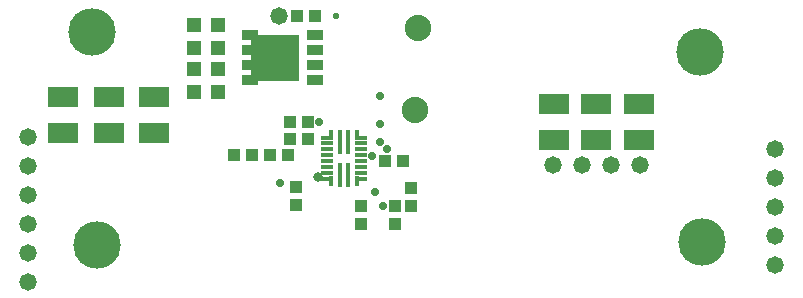
<source format=gts>
G04*
G04 #@! TF.GenerationSoftware,Altium Limited,Altium Designer,23.0.1 (38)*
G04*
G04 Layer_Color=8388736*
%FSLAX44Y44*%
%MOMM*%
G71*
G04*
G04 #@! TF.SameCoordinates,61B169D7-A8E7-49CF-968D-BC901533A6F8*
G04*
G04*
G04 #@! TF.FilePolarity,Negative*
G04*
G01*
G75*
%ADD26R,1.0032X1.0032*%
%ADD27R,0.4532X0.8782*%
%ADD28R,1.0032X0.4532*%
%ADD29R,0.4532X2.0032*%
%ADD30R,1.4732X0.8128*%
%ADD31R,4.1148X4.0132*%
%ADD32R,1.0032X1.0032*%
%ADD33R,2.5032X1.7032*%
%ADD34R,1.2032X1.2032*%
%ADD35C,4.0132*%
%ADD36C,2.2352*%
%ADD37C,0.8382*%
%ADD38C,0.7112*%
%ADD39C,1.4732*%
%ADD40C,0.5842*%
D26*
X336169Y113492D02*
D03*
X320929D02*
D03*
X261733Y236728D02*
D03*
X246493D02*
D03*
X255516Y132242D02*
D03*
X240276D02*
D03*
X223817Y118492D02*
D03*
X239057D02*
D03*
X208280D02*
D03*
X193040D02*
D03*
X255516Y146261D02*
D03*
X240276D02*
D03*
D27*
X275048Y96367D02*
D03*
Y135617D02*
D03*
X297538D02*
D03*
X297548Y96367D02*
D03*
D28*
X272298Y98492D02*
D03*
Y103492D02*
D03*
Y108492D02*
D03*
Y113492D02*
D03*
Y118492D02*
D03*
Y123492D02*
D03*
Y128492D02*
D03*
Y133492D02*
D03*
X300288Y133492D02*
D03*
X300298Y128492D02*
D03*
Y123492D02*
D03*
Y118492D02*
D03*
Y113492D02*
D03*
Y108492D02*
D03*
Y103492D02*
D03*
Y98492D02*
D03*
D29*
X289298Y129992D02*
D03*
X283048D02*
D03*
X289298Y101992D02*
D03*
X283048D02*
D03*
D30*
X261489Y220302D02*
D03*
Y194902D02*
D03*
Y207602D02*
D03*
Y182202D02*
D03*
X206879D02*
D03*
Y194902D02*
D03*
Y207602D02*
D03*
Y220302D02*
D03*
D31*
X227453Y201252D02*
D03*
D32*
X245676Y91910D02*
D03*
Y76670D02*
D03*
X329339Y60262D02*
D03*
Y75501D02*
D03*
X342780Y90742D02*
D03*
Y75501D02*
D03*
X300288Y60262D02*
D03*
Y75501D02*
D03*
D33*
X464040Y131130D02*
D03*
Y161610D02*
D03*
X499618Y131128D02*
D03*
Y161607D02*
D03*
X535717Y131128D02*
D03*
Y161607D02*
D03*
X48532Y137076D02*
D03*
Y167556D02*
D03*
X87221D02*
D03*
Y137076D02*
D03*
X125476Y167579D02*
D03*
Y137099D02*
D03*
D34*
X159139Y228991D02*
D03*
X179459D02*
D03*
X179688Y172146D02*
D03*
X159368D02*
D03*
X179852Y209639D02*
D03*
X159532D02*
D03*
X179855Y191343D02*
D03*
X159535D02*
D03*
D35*
X73000Y222679D02*
D03*
X589008Y44920D02*
D03*
X587786Y205786D02*
D03*
X76774Y42311D02*
D03*
D36*
X346329Y157251D02*
D03*
X348541Y225994D02*
D03*
D37*
X264664Y99793D02*
D03*
D38*
X231771Y94741D02*
D03*
X316929Y169110D02*
D03*
Y145361D02*
D03*
X319084Y75501D02*
D03*
X265260Y147016D02*
D03*
X316929Y129992D02*
D03*
X309956Y117731D02*
D03*
X322799Y123492D02*
D03*
X312682Y87673D02*
D03*
D39*
X463273Y110069D02*
D03*
X512458D02*
D03*
X537050D02*
D03*
X487865D02*
D03*
X651358Y99370D02*
D03*
Y25593D02*
D03*
Y74778D02*
D03*
Y50185D02*
D03*
Y123962D02*
D03*
X18585Y109418D02*
D03*
Y134010D02*
D03*
Y11049D02*
D03*
Y60234D02*
D03*
Y35641D02*
D03*
Y84826D02*
D03*
X231148Y236728D02*
D03*
D40*
X279256D02*
D03*
M02*

</source>
